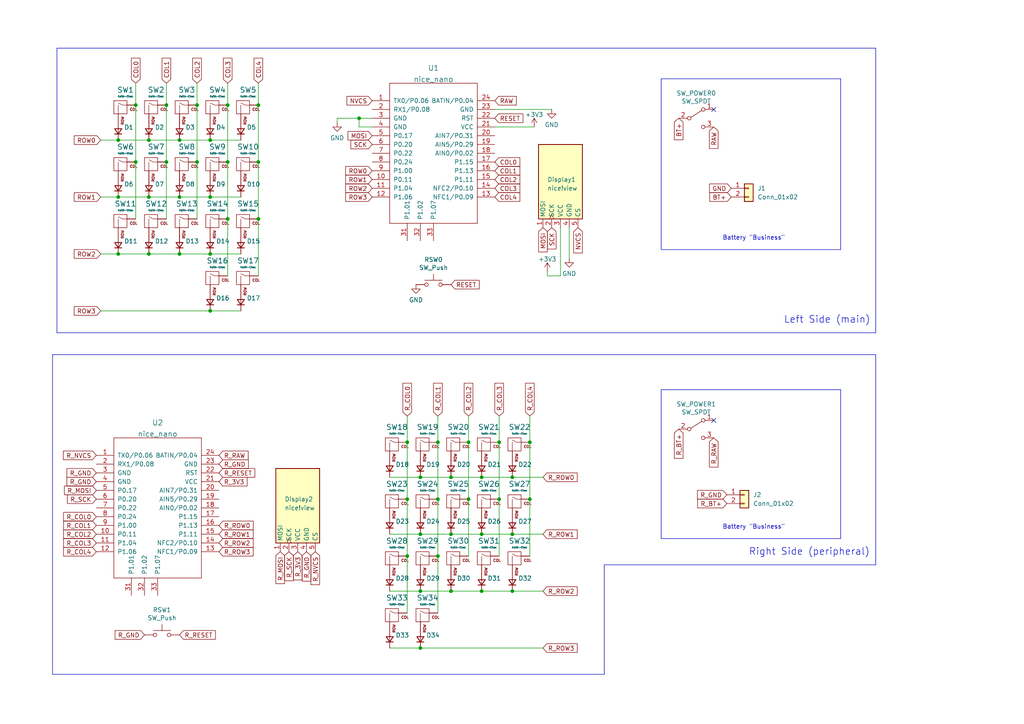
<source format=kicad_sch>
(kicad_sch (version 20230121) (generator eeschema)
  (paper "A4")
  (lib_symbols
    (symbol "Connector_Generic:Conn_01x02" (pin_names (offset 1.016) hide)
      (property "Reference" "J" (at 0 2.54 0))
      (property "Value" "Conn_01x02" (at 0 -5.08 0))
      (symbol "Conn_01x02_1_1"
        (rectangle (start -1.27 -2.413) (end 0 -2.667) (stroke (width 0.1524)))
        (rectangle (start -1.27 0.127) (end 0 -0.127) (stroke (width 0.1524)))
        (rectangle (start -1.27 1.27) (end 1.27 -3.81) (stroke (width 0.254)) (fill (type background)))
        (pin passive line (at -5.08 0 0) (length 3.81) (name "Pin_1") (number "1"))
        (pin passive line (at -5.08 -2.54 0) (length 3.81) (name "Pin_2") (number "2"))
      )
    )
    (symbol "Device:D_Small" (pin_numbers hide) (pin_names (offset 0.254) hide)
      (property "Reference" "D" (at -1.27 2.032 0))
      (property "Value" "D_Small" (at -3.81 -2.032 0))
      (symbol "D_Small_0_1"
        (polyline (pts (xy -0.762 -1.016) (xy -0.762 1.016)) (stroke (width 0.254)))
        (polyline (pts (xy -0.762 0) (xy 0.762 0)))
        (polyline (pts (xy 0.762 -1.016) (xy -0.762 0) (xy 0.762 1.016) (xy 0.762 -1.016)) (stroke (width 0.254)))
      )
      (symbol "D_Small_1_1"
        (pin passive line (at -2.54 0 0) (length 1.778) (name "K") (number "1"))
        (pin passive line (at 2.54 0 180) (length 1.778) (name "A") (number "2"))
      )
    )
    (symbol "MX_Alps_Hybrid:MX-NoLED" (pin_names (offset 1.016))
      (property "Reference" "MX" (at -0.635 3.81 0))
      (property "Value" "MX-NoLED" (at -0.635 1.27 0))
      (symbol "MX-NoLED_0_0"
        (rectangle (start -2.54 2.54) (end 1.27 -1.27))
        (polyline (pts (xy -1.27 -1.27) (xy -1.27 1.27)) (stroke (width 0.127)))
        (polyline (pts (xy 1.27 1.27) (xy 0 1.27) (xy -1.27 1.905)) (stroke (width 0.127)))
        (text "COL" (at 3.175 0 0) (effects (font (size 0.762 0.762))))
        (text "ROW" (at 0 -1.905 900) (effects (font (size 0.762 0.762)) (justify right)))
      )
      (symbol "MX-NoLED_1_1"
        (pin passive line (at 3.81 1.27 180) (length 2.54) (name "COL") (number "1"))
        (pin passive line (at -1.27 -3.81 90) (length 2.54) (name "ROW") (number "2"))
      )
    )
    (symbol "Switch:SW_Push" (pin_numbers hide) (pin_names (offset 1.016) hide)
      (property "Reference" "SW" (at 1.27 2.54 0))
      (property "Value" "SW_Push" (at 0 -1.524 0))
      (symbol "SW_Push_0_1"
        (circle (center -2.032 0) (radius 0.508))
        (polyline (pts (xy 0 1.27) (xy 0 3.048)))
        (polyline (pts (xy 2.54 1.27) (xy -2.54 1.27)))
        (circle (center 2.032 0) (radius 0.508))
        (pin passive line (at -5.08 0 0) (length 2.54) (name "1") (number "1"))
        (pin passive line (at 5.08 0 180) (length 2.54) (name "2") (number "2"))
      )
    )
    (symbol "Switch:SW_SPDT" (pin_names (offset 0) hide)
      (property "Reference" "SW" (at 0 4.318 0))
      (property "Value" "SW_SPDT" (at 0 -5.08 0))
      (symbol "SW_SPDT_0_0"
        (circle (center -2.032 0) (radius 0.508))
        (circle (center 2.032 -2.54) (radius 0.508))
      )
      (symbol "SW_SPDT_0_1"
        (polyline (pts (xy -1.524 0.254) (xy 1.651 2.286)))
        (circle (center 2.032 2.54) (radius 0.508))
      )
      (symbol "SW_SPDT_1_1"
        (pin passive line (at 5.08 2.54 180) (length 2.54) (name "A") (number "1"))
        (pin passive line (at -5.08 0 0) (length 2.54) (name "B") (number "2"))
        (pin passive line (at 5.08 -2.54 180) (length 2.54) (name "C") (number "3"))
      )
    )
    (symbol "nice_nano:nice_nano" (pin_names (offset 1.016))
      (property "Reference" "U" (at 0 0 0))
      (property "Value" "nice_nano" (at 0 2.54 0))
      (symbol "nice_nano_0_1"
        (rectangle (start -12.7 -21.59) (end 12.7 19.05))
      )
      (symbol "nice_nano_1_1"
        (pin input line (at -17.78 13.97 0) (length 5.08) (name "TX0/P0.06") (number "1"))
        (pin input line (at -17.78 -8.89 0) (length 5.08) (name "P0.11") (number "10"))
        (pin input line (at -17.78 -11.43 0) (length 5.08) (name "P1.04") (number "11"))
        (pin input line (at -17.78 -13.97 0) (length 5.08) (name "P1.06") (number "12"))
        (pin input line (at 17.78 -13.97 180) (length 5.08) (name "NFC1/P0.09") (number "13"))
        (pin input line (at 17.78 -11.43 180) (length 5.08) (name "NFC2/P0.10") (number "14"))
        (pin input line (at 17.78 -8.89 180) (length 5.08) (name "P1.11") (number "15"))
        (pin input line (at 17.78 -6.35 180) (length 5.08) (name "P1.13") (number "16"))
        (pin input line (at 17.78 -3.81 180) (length 5.08) (name "P1.15") (number "17"))
        (pin input line (at 17.78 -1.27 180) (length 5.08) (name "AIN0/P0.02") (number "18"))
        (pin input line (at 17.78 1.27 180) (length 5.08) (name "AIN5/P0.29") (number "19"))
        (pin input line (at -17.78 11.43 0) (length 5.08) (name "RX1/P0.08") (number "2"))
        (pin input line (at 17.78 3.81 180) (length 5.08) (name "AIN7/P0.31") (number "20"))
        (pin input line (at 17.78 6.35 180) (length 5.08) (name "VCC") (number "21"))
        (pin input line (at 17.78 8.89 180) (length 5.08) (name "RST") (number "22"))
        (pin input line (at 17.78 11.43 180) (length 5.08) (name "GND") (number "23"))
        (pin input line (at 17.78 13.97 180) (length 5.08) (name "BATIN/P0.04") (number "24"))
        (pin input line (at -17.78 8.89 0) (length 5.08) (name "GND") (number "3"))
        (pin input line (at -7.62 -26.67 90) (length 5.08) (name "P1.01") (number "31"))
        (pin input line (at -3.81 -26.67 90) (length 5.08) (name "P1.02") (number "32"))
        (pin input line (at 0 -26.67 90) (length 5.08) (name "P1.07") (number "33"))
        (pin input line (at -17.78 6.35 0) (length 5.08) (name "GND") (number "4"))
        (pin input line (at -17.78 3.81 0) (length 5.08) (name "P0.17") (number "5"))
        (pin input line (at -17.78 1.27 0) (length 5.08) (name "P0.20") (number "6"))
        (pin input line (at -17.78 -1.27 0) (length 5.08) (name "P0.22") (number "7"))
        (pin input line (at -17.78 -3.81 0) (length 5.08) (name "P0.24") (number "8"))
        (pin input line (at -17.78 -6.35 0) (length 5.08) (name "P1.00") (number "9"))
      )
    )
    (symbol "nice_view:nice!view"
      (property "Reference" "Display" (at 0 12.7 0))
      (property "Value" "nice!view" (at 0 0 0))
      (symbol "nice!view_0_1"
        (rectangle (start -6.35 11.43) (end 6.35 -10.16) (stroke (width 0.254)) (fill (type background)))
      )
      (symbol "nice!view_1_1"
        (pin input line (at -5.08 -12.7 90) (length 2.54) (name "MOSI") (number "1"))
        (pin input clock (at -2.54 -12.7 90) (length 2.54) (name "SCK") (number "2"))
        (pin power_in line (at 0 -12.7 90) (length 2.54) (name "VCC") (number "3"))
        (pin power_out line (at 2.54 -12.7 90) (length 2.54) (name "GND") (number "4"))
        (pin passive line (at 5.08 -12.7 90) (length 2.54) (name "CS") (number "5"))
      )
    )
    (symbol "power:+3.3V" (power) (pin_names (offset 0))
      (property "Value" "+3.3V" (at 0 3.556 0))
      (symbol "+3.3V_0_1"
        (polyline (pts (xy -0.762 1.27) (xy 0 2.54)))
        (polyline (pts (xy 0 0) (xy 0 2.54)))
        (polyline (pts (xy 0 2.54) (xy 0.762 1.27)))
      )
      (symbol "+3.3V_1_1"
        (pin power_in line (at 0 0 90) (length 0) hide (name "+3V3") (number "1"))
      )
    )
    (symbol "power:GND" (power) (pin_names (offset 0))
      (property "Value" "GND" (at 0 -3.81 0))
      (symbol "GND_0_1"
        (polyline (pts (xy 0 0) (xy 0 -1.27) (xy 1.27 -1.27) (xy 0 -2.54) (xy -1.27 -1.27) (xy 0 -1.27)))
      )
      (symbol "GND_1_1"
        (pin power_in line (at 0 0 270) (length 0) hide (name "GND") (number "1"))
      )
    )
  )
  (junction (at 139.7 138.43))
  (junction (at 74.93 30.48))
  (junction (at 135.89 144.78))
  (junction (at 121.92 171.45))
  (junction (at 139.7 171.45))
  (junction (at 34.29 73.66))
  (junction (at 52.07 40.64))
  (junction (at 52.07 57.15))
  (junction (at 48.26 46.99))
  (junction (at 34.29 40.64))
  (junction (at 39.37 30.48))
  (junction (at 153.67 128.27))
  (junction (at 34.29 57.15))
  (junction (at 148.59 138.43))
  (junction (at 43.18 40.64))
  (junction (at 60.96 73.66))
  (junction (at 74.93 63.5))
  (junction (at 57.15 30.48))
  (junction (at 43.18 73.66))
  (junction (at 127 128.27))
  (junction (at 66.04 46.99))
  (junction (at 118.11 144.78))
  (junction (at 121.92 138.43))
  (junction (at 118.11 128.27))
  (junction (at 148.59 154.94))
  (junction (at 118.11 161.29))
  (junction (at 60.96 40.64))
  (junction (at 148.59 171.45))
  (junction (at 57.15 46.99))
  (junction (at 121.92 154.94))
  (junction (at 66.04 63.5))
  (junction (at 130.81 154.94))
  (junction (at 127 161.29))
  (junction (at 130.81 138.43))
  (junction (at 121.92 187.96))
  (junction (at 135.89 128.27))
  (junction (at 60.96 57.15))
  (junction (at 74.93 46.99))
  (junction (at 39.37 46.99))
  (junction (at 153.67 144.78))
  (junction (at 104.14 34.29))
  (junction (at 66.04 30.48))
  (junction (at 144.78 128.27))
  (junction (at 127 144.78))
  (junction (at 60.96 90.17))
  (junction (at 52.07 73.66))
  (junction (at 43.18 57.15))
  (junction (at 139.7 154.94))
  (junction (at 144.78 144.78))
  (junction (at 130.81 171.45))
  (junction (at 48.26 30.48))
  (no_connect (at 207.01 121.92))
  (no_connect (at 207.01 31.75))
  (wire (pts (xy 130.81 171.45) (xy 139.7 171.45)))
  (wire (pts (xy 43.18 57.15) (xy 52.07 57.15)))
  (wire (pts (xy 153.67 128.27) (xy 153.67 144.78)))
  (wire (pts (xy 60.96 90.17) (xy 69.85 90.17)))
  (wire (pts (xy 34.29 40.64) (xy 43.18 40.64)))
  (wire (pts (xy 60.96 40.64) (xy 69.85 40.64)))
  (wire (pts (xy 43.18 40.64) (xy 52.07 40.64)))
  (wire (pts (xy 113.03 171.45) (xy 121.92 171.45)))
  (wire (pts (xy 57.15 24.13) (xy 57.15 30.48)))
  (polyline (pts (xy 254 163.83) (xy 175.26 163.83)))
  (wire (pts (xy 74.93 30.48) (xy 74.93 46.99)))
  (wire (pts (xy 139.7 138.43) (xy 148.59 138.43)))
  (wire (pts (xy 162.56 66.04) (xy 162.56 80.01)))
  (wire (pts (xy 104.14 36.83) (xy 104.14 34.29)))
  (polyline (pts (xy 16.51 13.97) (xy 16.51 96.52)))
  (wire (pts (xy 118.11 161.29) (xy 118.11 177.8)))
  (wire (pts (xy 148.59 154.94) (xy 157.48 154.94)))
  (wire (pts (xy 118.11 120.65) (xy 118.11 128.27)))
  (wire (pts (xy 29.21 90.17) (xy 60.96 90.17)))
  (wire (pts (xy 135.89 128.27) (xy 135.89 144.78)))
  (wire (pts (xy 162.56 80.01) (xy 158.75 80.01)))
  (wire (pts (xy 127 128.27) (xy 127 144.78)))
  (wire (pts (xy 66.04 30.48) (xy 66.04 46.99)))
  (wire (pts (xy 139.7 171.45) (xy 148.59 171.45)))
  (polyline (pts (xy 243.84 156.21) (xy 191.77 156.21)))
  (polyline (pts (xy 15.24 102.87) (xy 254 102.87)))
  (wire (pts (xy 66.04 24.13) (xy 66.04 30.48)))
  (wire (pts (xy 29.21 57.15) (xy 34.29 57.15)))
  (wire (pts (xy 43.18 73.66) (xy 52.07 73.66)))
  (wire (pts (xy 60.96 73.66) (xy 69.85 73.66)))
  (wire (pts (xy 121.92 187.96) (xy 157.48 187.96)))
  (wire (pts (xy 57.15 46.99) (xy 57.15 63.5)))
  (polyline (pts (xy 175.26 195.58) (xy 15.24 195.58)))
  (wire (pts (xy 127 120.65) (xy 127 128.27)))
  (polyline (pts (xy 15.24 102.87) (xy 15.24 195.58)))
  (wire (pts (xy 97.79 34.29) (xy 97.79 35.56)))
  (wire (pts (xy 52.07 40.64) (xy 60.96 40.64)))
  (wire (pts (xy 113.03 187.96) (xy 121.92 187.96)))
  (wire (pts (xy 148.59 138.43) (xy 157.48 138.43)))
  (wire (pts (xy 29.21 73.66) (xy 34.29 73.66)))
  (wire (pts (xy 74.93 24.13) (xy 74.93 30.48)))
  (wire (pts (xy 107.95 36.83) (xy 104.14 36.83)))
  (wire (pts (xy 130.81 138.43) (xy 139.7 138.43)))
  (wire (pts (xy 29.21 40.64) (xy 34.29 40.64)))
  (polyline (pts (xy 175.26 163.83) (xy 175.26 195.58)))
  (wire (pts (xy 39.37 24.13) (xy 39.37 30.48)))
  (wire (pts (xy 48.26 30.48) (xy 48.26 46.99)))
  (wire (pts (xy 74.93 63.5) (xy 74.93 80.01)))
  (wire (pts (xy 66.04 63.5) (xy 66.04 80.01)))
  (wire (pts (xy 113.03 138.43) (xy 121.92 138.43)))
  (polyline (pts (xy 254 13.97) (xy 254 96.52)))
  (polyline (pts (xy 191.77 113.03) (xy 243.84 113.03)))
  (wire (pts (xy 34.29 73.66) (xy 43.18 73.66)))
  (wire (pts (xy 135.89 144.78) (xy 135.89 161.29)))
  (wire (pts (xy 139.7 154.94) (xy 148.59 154.94)))
  (wire (pts (xy 144.78 128.27) (xy 144.78 144.78)))
  (wire (pts (xy 148.59 171.45) (xy 157.48 171.45)))
  (wire (pts (xy 143.51 36.83) (xy 154.94 36.83)))
  (wire (pts (xy 66.04 46.99) (xy 66.04 63.5)))
  (wire (pts (xy 60.96 57.15) (xy 69.85 57.15)))
  (wire (pts (xy 39.37 46.99) (xy 39.37 63.5)))
  (polyline (pts (xy 254 102.87) (xy 254 163.83)))
  (wire (pts (xy 34.29 57.15) (xy 43.18 57.15)))
  (wire (pts (xy 121.92 154.94) (xy 130.81 154.94)))
  (wire (pts (xy 144.78 144.78) (xy 144.78 161.29)))
  (wire (pts (xy 121.92 171.45) (xy 130.81 171.45)))
  (wire (pts (xy 74.93 46.99) (xy 74.93 63.5)))
  (wire (pts (xy 144.78 120.65) (xy 144.78 128.27)))
  (polyline (pts (xy 191.77 22.86) (xy 243.84 22.86)))
  (wire (pts (xy 52.07 57.15) (xy 60.96 57.15)))
  (wire (pts (xy 127 144.78) (xy 127 161.29)))
  (wire (pts (xy 153.67 120.65) (xy 153.67 128.27)))
  (wire (pts (xy 143.51 31.75) (xy 160.02 31.75)))
  (wire (pts (xy 48.26 46.99) (xy 48.26 63.5)))
  (polyline (pts (xy 191.77 22.86) (xy 191.77 72.39)))
  (wire (pts (xy 39.37 30.48) (xy 39.37 46.99)))
  (wire (pts (xy 97.79 34.29) (xy 104.14 34.29)))
  (wire (pts (xy 127 161.29) (xy 127 177.8)))
  (wire (pts (xy 135.89 120.65) (xy 135.89 128.27)))
  (polyline (pts (xy 243.84 72.39) (xy 191.77 72.39)))
  (wire (pts (xy 118.11 128.27) (xy 118.11 144.78)))
  (polyline (pts (xy 243.84 113.03) (xy 243.84 156.21)))
  (wire (pts (xy 165.1 66.04) (xy 165.1 74.93)))
  (polyline (pts (xy 191.77 113.03) (xy 191.77 156.21)))
  (wire (pts (xy 158.75 80.01) (xy 158.75 78.74)))
  (wire (pts (xy 113.03 154.94) (xy 121.92 154.94)))
  (polyline (pts (xy 254 96.52) (xy 16.51 96.52)))
  (wire (pts (xy 48.26 24.13) (xy 48.26 30.48)))
  (polyline (pts (xy 243.84 22.86) (xy 243.84 72.39)))
  (wire (pts (xy 121.92 138.43) (xy 130.81 138.43)))
  (wire (pts (xy 57.15 30.48) (xy 57.15 46.99)))
  (polyline (pts (xy 16.51 13.97) (xy 254 13.97)))
  (wire (pts (xy 52.07 73.66) (xy 60.96 73.66)))
  (wire (pts (xy 118.11 144.78) (xy 118.11 161.29)))
  (wire (pts (xy 153.67 144.78) (xy 153.67 161.29)))
  (wire (pts (xy 107.95 34.29) (xy 104.14 34.29)))
  (wire (pts (xy 130.81 154.94) (xy 139.7 154.94)))
  (text "Right Side (peripheral)" (at 217.17 161.29 0) (effects (font (size 2 2)) (justify left bottom)))
  (text "Battery \"Business\"" (at 209.55 153.67 0) (effects (font (size 1.27 1.27)) (justify left bottom)))
  (text "Battery \"Business\"" (at 209.55 69.85 0) (effects (font (size 1.27 1.27)) (justify left bottom)))
  (text "Left Side (main)" (at 227.33 93.98 0) (effects (font (size 2 2)) (justify left bottom)))
  (global_label "R_3V3" (shape input) (at 86.36 160.02 270) (property "Intersheetrefs" "${INTERSHEET_REFS}" (effects hide)))
  (global_label "ROW3" (shape input) (at 29.21 90.17 180) (property "Intersheetrefs" "${INTERSHEET_REFS}" (effects hide)))
  (global_label "R_COL1" (shape input) (at 127 120.65 90) (property "Intersheetrefs" "${INTERSHEET_REFS}" (effects hide)))
  (global_label "ROW1" (shape input) (at 29.21 57.15 180) (property "Intersheetrefs" "${INTERSHEET_REFS}" (effects hide)))
  (global_label "R_GND" (shape input) (at 88.9 160.02 270) (property "Intersheetrefs" "${INTERSHEET_REFS}" (effects hide)))
  (global_label "RESET" (shape input) (at 130.81 82.55 0) (property "Intersheetrefs" "${INTERSHEET_REFS}" (effects hide)))
  (global_label "R_BT+" (shape input) (at 196.85 124.46 270) (property "Intersheetrefs" "${INTERSHEET_REFS}" (effects hide)))
  (global_label "RAW" (shape input) (at 143.51 29.21 0) (property "Intersheetrefs" "${INTERSHEET_REFS}" (effects hide)))
  (global_label "BT+" (shape input) (at 196.85 34.29 270) (property "Intersheetrefs" "${INTERSHEET_REFS}" (effects hide)))
  (global_label "R_COL4" (shape input) (at 153.67 120.65 90) (property "Intersheetrefs" "${INTERSHEET_REFS}" (effects hide)))
  (global_label "R_MOSI" (shape input) (at 81.28 160.02 270) (property "Intersheetrefs" "${INTERSHEET_REFS}" (effects hide)))
  (global_label "COL3" (shape input) (at 66.04 24.13 90) (property "Intersheetrefs" "${INTERSHEET_REFS}" (effects hide)))
  (global_label "RAW" (shape input) (at 207.01 36.83 270) (property "Intersheetrefs" "${INTERSHEET_REFS}" (effects hide)))
  (global_label "GND" (shape input) (at 212.09 54.61 180) (property "Intersheetrefs" "${INTERSHEET_REFS}" (effects hide)))
  (global_label "R_RESET" (shape input) (at 63.5 137.16 0) (property "Intersheetrefs" "${INTERSHEET_REFS}" (effects hide)))
  (global_label "R_NVCS" (shape input) (at 91.44 160.02 270) (property "Intersheetrefs" "${INTERSHEET_REFS}" (effects hide)))
  (global_label "R_SCK" (shape input) (at 27.94 144.78 180) (property "Intersheetrefs" "${INTERSHEET_REFS}" (effects hide)))
  (global_label "COL3" (shape input) (at 143.51 54.61 0) (property "Intersheetrefs" "${INTERSHEET_REFS}" (effects hide)))
  (global_label "R_ROW2" (shape input) (at 157.48 171.45 0) (property "Intersheetrefs" "${INTERSHEET_REFS}" (effects hide)))
  (global_label "R_RESET" (shape input) (at 52.07 184.15 0) (property "Intersheetrefs" "${INTERSHEET_REFS}" (effects hide)))
  (global_label "R_GND" (shape input) (at 27.94 139.7 180) (property "Intersheetrefs" "${INTERSHEET_REFS}" (effects hide)))
  (global_label "R_COL2" (shape input) (at 135.89 120.65 90) (property "Intersheetrefs" "${INTERSHEET_REFS}" (effects hide)))
  (global_label "COL1" (shape input) (at 143.51 49.53 0) (property "Intersheetrefs" "${INTERSHEET_REFS}" (effects hide)))
  (global_label "R_COL3" (shape input) (at 27.94 157.48 180) (property "Intersheetrefs" "${INTERSHEET_REFS}" (effects hide)))
  (global_label "R_GND" (shape input) (at 210.82 143.51 180) (property "Intersheetrefs" "${INTERSHEET_REFS}" (effects hide)))
  (global_label "BT+" (shape input) (at 212.09 57.15 180) (property "Intersheetrefs" "${INTERSHEET_REFS}" (effects hide)))
  (global_label "ROW1" (shape input) (at 107.95 52.07 180) (property "Intersheetrefs" "${INTERSHEET_REFS}" (effects hide)))
  (global_label "ROW0" (shape input) (at 107.95 49.53 180) (property "Intersheetrefs" "${INTERSHEET_REFS}" (effects hide)))
  (global_label "R_RAW" (shape input) (at 207.01 127 270) (property "Intersheetrefs" "${INTERSHEET_REFS}" (effects hide)))
  (global_label "ROW2" (shape input) (at 29.21 73.66 180) (property "Intersheetrefs" "${INTERSHEET_REFS}" (effects hide)))
  (global_label "COL1" (shape input) (at 48.26 24.13 90) (property "Intersheetrefs" "${INTERSHEET_REFS}" (effects hide)))
  (global_label "R_ROW3" (shape input) (at 157.48 187.96 0) (property "Intersheetrefs" "${INTERSHEET_REFS}" (effects hide)))
  (global_label "R_COL3" (shape input) (at 144.78 120.65 90) (property "Intersheetrefs" "${INTERSHEET_REFS}" (effects hide)))
  (global_label "R_NVCS" (shape input) (at 27.94 132.08 180) (property "Intersheetrefs" "${INTERSHEET_REFS}" (effects hide)))
  (global_label "SCK" (shape input) (at 107.95 41.91 180) (property "Intersheetrefs" "${INTERSHEET_REFS}" (effects hide)))
  (global_label "R_BT+" (shape input) (at 210.82 146.05 180) (property "Intersheetrefs" "${INTERSHEET_REFS}" (effects hide)))
  (global_label "ROW3" (shape input) (at 107.95 57.15 180) (property "Intersheetrefs" "${INTERSHEET_REFS}" (effects hide)))
  (global_label "COL2" (shape input) (at 57.15 24.13 90) (property "Intersheetrefs" "${INTERSHEET_REFS}" (effects hide)))
  (global_label "COL2" (shape input) (at 143.51 52.07 0) (property "Intersheetrefs" "${INTERSHEET_REFS}" (effects hide)))
  (global_label "R_ROW3" (shape input) (at 63.5 160.02 0) (property "Intersheetrefs" "${INTERSHEET_REFS}" (effects hide)))
  (global_label "R_SCK" (shape input) (at 83.82 160.02 270) (property "Intersheetrefs" "${INTERSHEET_REFS}" (effects hide)))
  (global_label "ROW0" (shape input) (at 29.21 40.64 180) (property "Intersheetrefs" "${INTERSHEET_REFS}" (effects hide)))
  (global_label "COL0" (shape input) (at 39.37 24.13 90) (property "Intersheetrefs" "${INTERSHEET_REFS}" (effects hide)))
  (global_label "R_ROW1" (shape input) (at 63.5 154.94 0) (property "Intersheetrefs" "${INTERSHEET_REFS}" (effects hide)))
  (global_label "R_COL2" (shape input) (at 27.94 154.94 180) (property "Intersheetrefs" "${INTERSHEET_REFS}" (effects hide)))
  (global_label "R_ROW0" (shape input) (at 63.5 152.4 0) (property "Intersheetrefs" "${INTERSHEET_REFS}" (effects hide)))
  (global_label "R_COL4" (shape input) (at 27.94 160.02 180) (property "Intersheetrefs" "${INTERSHEET_REFS}" (effects hide)))
  (global_label "R_ROW0" (shape input) (at 157.48 138.43 0) (property "Intersheetrefs" "${INTERSHEET_REFS}" (effects hide)))
  (global_label "R_ROW2" (shape input) (at 63.5 157.48 0) (property "Intersheetrefs" "${INTERSHEET_REFS}" (effects hide)))
  (global_label "R_COL0" (shape input) (at 118.11 120.65 90) (property "Intersheetrefs" "${INTERSHEET_REFS}" (effects hide)))
  (global_label "R_GND" (shape input) (at 27.94 137.16 180) (property "Intersheetrefs" "${INTERSHEET_REFS}" (effects hide)))
  (global_label "COL4" (shape input) (at 143.51 57.15 0) (property "Intersheetrefs" "${INTERSHEET_REFS}" (effects hide)))
  (global_label "R_ROW1" (shape input) (at 157.48 154.94 0) (property "Intersheetrefs" "${INTERSHEET_REFS}" (effects hide)))
  (global_label "MOSI" (shape input) (at 107.95 39.37 180) (property "Intersheetrefs" "${INTERSHEET_REFS}" (effects hide)))
  (global_label "ROW2" (shape input) (at 107.95 54.61 180) (property "Intersheetrefs" "${INTERSHEET_REFS}" (effects hide)))
  (global_label "SCK" (shape input) (at 160.02 66.04 270) (property "Intersheetrefs" "${INTERSHEET_REFS}" (effects hide)))
  (global_label "R_3V3" (shape input) (at 63.5 139.7 0) (property "Intersheetrefs" "${INTERSHEET_REFS}" (effects hide)))
  (global_label "COL0" (shape input) (at 143.51 46.99 0) (property "Intersheetrefs" "${INTERSHEET_REFS}" (effects hide)))
  (global_label "NVCS" (shape input) (at 107.95 29.21 180) (property "Intersheetrefs" "${INTERSHEET_REFS}" (effects hide)))
  (global_label "R_GND" (shape input) (at 41.91 184.15 180) (property "Intersheetrefs" "${INTERSHEET_REFS}" (effects hide)))
  (global_label "COL4" (shape input) (at 74.93 24.13 90) (property "Intersheetrefs" "${INTERSHEET_REFS}" (effects hide)))
  (global_label "R_COL0" (shape input) (at 27.94 149.86 180) (property "Intersheetrefs" "${INTERSHEET_REFS}" (effects hide)))
  (global_label "R_GND" (shape input) (at 63.5 134.62 0) (property "Intersheetrefs" "${INTERSHEET_REFS}" (effects hide)))
  (global_label "RESET" (shape input) (at 143.51 34.29 0) (property "Intersheetrefs" "${INTERSHEET_REFS}" (effects hide)))
  (global_label "NVCS" (shape input) (at 167.64 66.04 270) (property "Intersheetrefs" "${INTERSHEET_REFS}" (effects hide)))
  (global_label "R_RAW" (shape input) (at 63.5 132.08 0) (property "Intersheetrefs" "${INTERSHEET_REFS}" (effects hide)))
  (global_label "R_MOSI" (shape input) (at 27.94 142.24 180) (property "Intersheetrefs" "${INTERSHEET_REFS}" (effects hide)))
  (global_label "MOSI" (shape input) (at 157.48 66.04 270) (property "Intersheetrefs" "${INTERSHEET_REFS}" (effects hide)))
  (global_label "R_COL1" (shape input) (at 27.94 152.4 180) (property "Intersheetrefs" "${INTERSHEET_REFS}" (effects hide)))
  (symbol (lib_id "Device:D_Small") (at 139.7 135.89 90) (unit 1)
    (property "Reference" "D21" (at 141.4272 134.7216 90) (effects (justify right)))
    (property "Value" "diode" (effects hide))
    (property "Footprint" "urchin-footprints:SMD_Diode_Tiny" (effects hide))
  )
  (symbol (lib_id "MX_Alps_Hybrid:MX-NoLED") (at 62.23 64.77 0) (unit 1)
    (property "Reference" "SW14" (at 63.0682 59.1058 0) (effects (font (size 1.524 1.524))))
    (property "Value" "Kailh-Choc" (at 63.0682 60.9854 0) (effects (font (size 0.508 0.508))))
    (property "Footprint" "urchin-footprints:SW_Hotswap_Kailh_Choc_V1_tweaked" (effects hide))
  )
  (symbol (lib_id "MX_Alps_Hybrid:MX-NoLED") (at 149.86 162.56 0) (unit 1)
    (property "Reference" "SW32" (at 150.6982 156.8958 0) (effects (font (size 1.524 1.524))))
    (property "Value" "Kailh-Choc" (at 150.6982 158.7754 0) (effects (font (size 0.508 0.508))))
    (property "Footprint" "urchin-footprints:SW_Hotswap_Kailh_Choc_V1_tweaked" (effects hide))
  )
  (symbol (lib_id "power:GND") (at 120.65 82.55 0) (unit 1)
    (property "Reference" "#PWR0103" (effects hide))
    (property "Value" "GND" (at 120.65 86.9934 0))
  )
  (symbol (lib_id "Device:D_Small") (at 60.96 38.1 90) (unit 1)
    (property "Reference" "D4" (at 62.6872 36.9316 90) (effects (justify right)))
    (property "Value" "diode" (effects hide))
    (property "Footprint" "urchin-footprints:SMD_Diode_Tiny" (effects hide))
  )
  (symbol (lib_id "MX_Alps_Hybrid:MX-NoLED") (at 114.3 179.07 0) (unit 1)
    (property "Reference" "SW33" (at 115.1382 173.4058 0) (effects (font (size 1.524 1.524))))
    (property "Value" "Kailh-Choc" (at 115.1382 175.2854 0) (effects (font (size 0.508 0.508))))
    (property "Footprint" "urchin-footprints:SW_Hotswap_Kailh_Choc_V1_tweaked" (effects hide))
  )
  (symbol (lib_id "MX_Alps_Hybrid:MX-NoLED") (at 123.19 129.54 0) (unit 1)
    (property "Reference" "SW19" (at 124.0282 123.8758 0) (effects (font (size 1.524 1.524))))
    (property "Value" "Kailh-Choc" (at 124.0282 125.7554 0) (effects (font (size 0.508 0.508))))
    (property "Footprint" "urchin-footprints:SW_Hotswap_Kailh_Choc_V1_tweaked" (effects hide))
  )
  (symbol (lib_id "Device:D_Small") (at 52.07 38.1 90) (unit 1)
    (property "Reference" "D3" (at 53.7972 36.9316 90) (effects (justify right)))
    (property "Value" "diode" (effects hide))
    (property "Footprint" "urchin-footprints:SMD_Diode_Tiny" (effects hide))
  )
  (symbol (lib_id "MX_Alps_Hybrid:MX-NoLED") (at 114.3 129.54 0) (unit 1)
    (property "Reference" "SW18" (at 115.1382 123.8758 0) (effects (font (size 1.524 1.524))))
    (property "Value" "Kailh-Choc" (at 115.1382 125.7554 0) (effects (font (size 0.508 0.508))))
    (property "Footprint" "urchin-footprints:SW_Hotswap_Kailh_Choc_V1_tweaked" (effects hide))
  )
  (symbol (lib_id "Device:D_Small") (at 113.03 185.42 90) (unit 1)
    (property "Reference" "D33" (at 114.7572 184.2516 90) (effects (justify right)))
    (property "Value" "diode" (effects hide))
    (property "Footprint" "urchin-footprints:SMD_Diode_Tiny" (effects hide))
  )
  (symbol (lib_id "MX_Alps_Hybrid:MX-NoLED") (at 71.12 81.28 0) (unit 1)
    (property "Reference" "SW17" (at 71.9582 75.6158 0) (effects (font (size 1.524 1.524))))
    (property "Value" "Kailh-Choc" (at 71.9582 77.4954 0) (effects (font (size 0.508 0.508))))
    (property "Footprint" "urchin-footprints:SW_Hotswap_Kailh_Choc_V1_tweaked" (effects hide))
  )
  (symbol (lib_id "Switch:SW_Push") (at 125.73 82.55 0) (unit 1)
    (property "Reference" "RSW0" (at 125.73 75.311 0))
    (property "Value" "SW_Push" (at 125.73 77.6224 0))
    (property "Footprint" "urchin-footprints:SW_RESET" (effects hide))
  )
  (symbol (lib_id "MX_Alps_Hybrid:MX-NoLED") (at 132.08 146.05 0) (unit 1)
    (property "Reference" "SW25" (at 132.9182 140.3858 0) (effects (font (size 1.524 1.524))))
    (property "Value" "Kailh-Choc" (at 132.9182 142.2654 0) (effects (font (size 0.508 0.508))))
    (property "Footprint" "urchin-footprints:SW_Hotswap_Kailh_Choc_V1_tweaked" (effects hide))
  )
  (symbol (lib_id "nice_nano:nice_nano") (at 125.73 43.18 0) (unit 1)
    (property "Reference" "U1" (at 125.73 19.7261 0) (effects (font (size 1.524 1.524))))
    (property "Value" "nice_nano" (at 125.73 23.0051 0) (effects (font (size 1.524 1.524))))
    (property "Footprint" "urchin-footprints:nice_nano" (effects hide))
  )
  (symbol (lib_id "Device:D_Small") (at 113.03 152.4 90) (unit 1)
    (property "Reference" "D23" (at 114.7572 151.2316 90) (effects (justify right)))
    (property "Value" "diode" (effects hide))
    (property "Footprint" "urchin-footprints:SMD_Diode_Tiny" (effects hide))
  )
  (symbol (lib_id "MX_Alps_Hybrid:MX-NoLED") (at 123.19 162.56 0) (unit 1)
    (property "Reference" "SW29" (at 124.0282 156.8958 0) (effects (font (size 1.524 1.524))))
    (property "Value" "Kailh-Choc" (at 124.0282 158.7754 0) (effects (font (size 0.508 0.508))))
    (property "Footprint" "urchin-footprints:SW_Hotswap_Kailh_Choc_V1_tweaked" (effects hide))
  )
  (symbol (lib_id "MX_Alps_Hybrid:MX-NoLED") (at 53.34 48.26 0) (unit 1)
    (property "Reference" "SW8" (at 54.1782 42.5958 0) (effects (font (size 1.524 1.524))))
    (property "Value" "Kailh-Choc" (at 54.1782 44.4754 0) (effects (font (size 0.508 0.508))))
    (property "Footprint" "urchin-footprints:SW_Hotswap_Kailh_Choc_V1_tweaked" (effects hide))
  )
  (symbol (lib_id "power:+3.3V") (at 154.94 36.83 0) (unit 1)
    (property "Reference" "#PWR0102" (effects hide))
    (property "Value" "+3.3V" (at 154.94 33.2542 0))
  )
  (symbol (lib_id "Switch:SW_SPDT") (at 201.93 124.46 0) (unit 1)
    (property "Reference" "SW_POWER1" (at 201.93 117.221 0))
    (property "Value" "SW_SPDT" (at 201.93 119.5324 0))
    (property "Footprint" "urchin-footprints:smt-slider-switch" (effects hide))
  )
  (symbol (lib_id "Device:D_Small") (at 69.85 87.63 90) (unit 1)
    (property "Reference" "D17" (at 71.5772 86.4616 90) (effects (justify right)))
    (property "Value" "diode" (effects hide))
    (property "Footprint" "urchin-footprints:SMD_Diode_Tiny" (effects hide))
  )
  (symbol (lib_id "Device:D_Small") (at 113.03 135.89 90) (unit 1)
    (property "Reference" "D18" (at 114.7572 134.7216 90) (effects (justify right)))
    (property "Value" "diode" (effects hide))
    (property "Footprint" "urchin-footprints:SMD_Diode_Tiny" (effects hide))
  )
  (symbol (lib_id "Device:D_Small") (at 43.18 71.12 90) (unit 1)
    (property "Reference" "D12" (at 44.9072 69.9516 90) (effects (justify right)))
    (property "Value" "diode" (effects hide))
    (property "Footprint" "urchin-footprints:SMD_Diode_Tiny" (effects hide))
  )
  (symbol (lib_id "MX_Alps_Hybrid:MX-NoLED") (at 132.08 162.56 0) (unit 1)
    (property "Reference" "SW30" (at 132.9182 156.8958 0) (effects (font (size 1.524 1.524))))
    (property "Value" "Kailh-Choc" (at 132.9182 158.7754 0) (effects (font (size 0.508 0.508))))
    (property "Footprint" "urchin-footprints:SW_Hotswap_Kailh_Choc_V1_tweaked" (effects hide))
  )
  (symbol (lib_id "MX_Alps_Hybrid:MX-NoLED") (at 71.12 64.77 0) (unit 1)
    (property "Reference" "SW15" (at 71.9582 59.1058 0) (effects (font (size 1.524 1.524))))
    (property "Value" "Kailh-Choc" (at 71.9582 60.9854 0) (effects (font (size 0.508 0.508))))
    (property "Footprint" "urchin-footprints:SW_Hotswap_Kailh_Choc_V1_tweaked" (effects hide))
  )
  (symbol (lib_id "Device:D_Small") (at 130.81 135.89 90) (unit 1)
    (property "Reference" "D20" (at 132.5372 134.7216 90) (effects (justify right)))
    (property "Value" "diode" (effects hide))
    (property "Footprint" "urchin-footprints:SMD_Diode_Tiny" (effects hide))
  )
  (symbol (lib_id "nice_view:nice!view") (at 86.36 147.32 0) (unit 1)
    (property "Reference" "Display2" (at 82.55 144.78 0) (effects (justify left)))
    (property "Value" "nice!view" (at 82.55 147.32 0) (effects (justify left)))
    (property "Footprint" "urchin-footprints:nice_view" (effects hide))
    (property "Datasheet" "https://nicekeyboards.com/docs/nice-view/pinout-schematic" (effects hide))
  )
  (symbol (lib_id "Device:D_Small") (at 148.59 168.91 90) (unit 1)
    (property "Reference" "D32" (at 150.3172 167.7416 90) (effects (justify right)))
    (property "Value" "diode" (effects hide))
    (property "Footprint" "urchin-footprints:SMD_Diode_Tiny" (effects hide))
  )
  (symbol (lib_id "Device:D_Small") (at 148.59 152.4 90) (unit 1)
    (property "Reference" "D27" (at 150.3172 151.2316 90) (effects (justify right)))
    (property "Value" "diode" (effects hide))
    (property "Footprint" "urchin-footprints:SMD_Diode_Tiny" (effects hide))
  )
  (symbol (lib_id "Device:D_Small") (at 69.85 71.12 90) (unit 1)
    (property "Reference" "D15" (at 71.5772 69.9516 90) (effects (justify right)))
    (property "Value" "diode" (effects hide))
    (property "Footprint" "urchin-footprints:SMD_Diode_Tiny" (effects hide))
  )
  (symbol (lib_id "MX_Alps_Hybrid:MX-NoLED") (at 123.19 146.05 0) (unit 1)
    (property "Reference" "SW24" (at 124.0282 140.3858 0) (effects (font (size 1.524 1.524))))
    (property "Value" "Kailh-Choc" (at 124.0282 142.2654 0) (effects (font (size 0.508 0.508))))
    (property "Footprint" "urchin-footprints:SW_Hotswap_Kailh_Choc_V1_tweaked" (effects hide))
  )
  (symbol (lib_id "Switch:SW_SPDT") (at 201.93 34.29 0) (unit 1)
    (property "Reference" "SW_POWER0" (at 201.93 27.051 0))
    (property "Value" "SW_SPDT" (at 201.93 29.3624 0))
    (property "Footprint" "urchin-footprints:smt-slider-switch" (effects hide))
  )
  (symbol (lib_id "MX_Alps_Hybrid:MX-NoLED") (at 35.56 31.75 0) (unit 1)
    (property "Reference" "SW1" (at 36.3982 26.0858 0) (effects (font (size 1.524 1.524))))
    (property "Value" "Kailh-Choc" (at 36.3982 27.9654 0) (effects (font (size 0.508 0.508))))
    (property "Footprint" "urchin-footprints:SW_Hotswap_Kailh_Choc_V1_tweaked" (effects hide))
  )
  (symbol (lib_id "MX_Alps_Hybrid:MX-NoLED") (at 140.97 146.05 0) (unit 1)
    (property "Reference" "SW26" (at 141.8082 140.3858 0) (effects (font (size 1.524 1.524))))
    (property "Value" "Kailh-Choc" (at 141.8082 142.2654 0) (effects (font (size 0.508 0.508))))
    (property "Footprint" "urchin-footprints:SW_Hotswap_Kailh_Choc_V1_tweaked" (effects hide))
  )
  (symbol (lib_id "MX_Alps_Hybrid:MX-NoLED") (at 62.23 31.75 0) (unit 1)
    (property "Reference" "SW4" (at 63.0682 26.0858 0) (effects (font (size 1.524 1.524))))
    (property "Value" "Kailh-Choc" (at 63.0682 27.9654 0) (effects (font (size 0.508 0.508))))
    (property "Footprint" "urchin-footprints:SW_Hotswap_Kailh_Choc_V1_tweaked" (effects hide))
  )
  (symbol (lib_id "Device:D_Small") (at 43.18 38.1 90) (unit 1)
    (property "Reference" "D2" (at 44.9072 36.9316 90) (effects (justify right)))
    (property "Value" "diode" (effects hide))
    (property "Footprint" "urchin-footprints:SMD_Diode_Tiny" (effects hide))
  )
  (symbol (lib_id "Device:D_Small") (at 69.85 54.61 90) (unit 1)
    (property "Reference" "D10" (at 71.5772 53.4416 90) (effects (justify right)))
    (property "Value" "diode" (effects hide))
    (property "Footprint" "urchin-footprints:SMD_Diode_Tiny" (effects hide))
  )
  (symbol (lib_id "Device:D_Small") (at 130.81 168.91 90) (unit 1)
    (property "Reference" "D30" (at 132.5372 167.7416 90) (effects (justify right)))
    (property "Value" "diode" (effects hide))
    (property "Footprint" "urchin-footprints:SMD_Diode_Tiny" (effects hide))
  )
  (symbol (lib_id "Switch:SW_Push") (at 46.99 184.15 0) (unit 1)
    (property "Reference" "RSW1" (at 46.99 176.911 0))
    (property "Value" "SW_Push" (at 46.99 179.2224 0))
    (property "Footprint" "urchin-footprints:SW_RESET" (effects hide))
  )
  (symbol (lib_id "Device:D_Small") (at 130.81 152.4 90) (unit 1)
    (property "Reference" "D25" (at 132.5372 151.2316 90) (effects (justify right)))
    (property "Value" "diode" (effects hide))
    (property "Footprint" "urchin-footprints:SMD_Diode_Tiny" (effects hide))
  )
  (symbol (lib_id "Device:D_Small") (at 113.03 168.91 90) (unit 1)
    (property "Reference" "D28" (at 114.7572 167.7416 90) (effects (justify right)))
    (property "Value" "diode" (effects hide))
    (property "Footprint" "urchin-footprints:SMD_Diode_Tiny" (effects hide))
  )
  (symbol (lib_id "MX_Alps_Hybrid:MX-NoLED") (at 62.23 48.26 0) (unit 1)
    (property "Reference" "SW9" (at 63.0682 42.5958 0) (effects (font (size 1.524 1.524))))
    (property "Value" "Kailh-Choc" (at 63.0682 44.4754 0) (effects (font (size 0.508 0.508))))
    (property "Footprint" "urchin-footprints:SW_Hotswap_Kailh_Choc_V1_tweaked" (effects hide))
  )
  (symbol (lib_id "power:+3.3V") (at 158.75 78.74 0) (unit 1)
    (property "Reference" "#PWR0104" (effects hide))
    (property "Value" "+3.3V" (at 158.75 75.1642 0))
  )
  (symbol (lib_id "nice_view:nice!view") (at 162.56 53.34 0) (unit 1)
    (property "Reference" "Display1" (at 158.75 52.0731 0) (effects (justify left)))
    (property "Value" "nice!view" (at 158.75 54.61 0) (effects (justify left)))
    (property "Footprint" "urchin-footprints:nice_view" (effects hide))
    (property "Datasheet" "https://nicekeyboards.com/docs/nice-view/pinout-schematic" (effects hide))
  )
  (symbol (lib_id "Device:D_Small") (at 43.18 54.61 90) (unit 1)
    (property "Reference" "D7" (at 44.9072 53.4416 90) (effects (justify right)))
    (property "Value" "diode" (effects hide))
    (property "Footprint" "urchin-footprints:SMD_Diode_Tiny" (effects hide))
  )
  (symbol (lib_id "MX_Alps_Hybrid:MX-NoLED") (at 140.97 162.56 0) (unit 1)
    (property "Reference" "SW31" (at 141.8082 156.8958 0) (effects (font (size 1.524 1.524))))
    (property "Value" "Kailh-Choc" (at 141.8082 158.7754 0) (effects (font (size 0.508 0.508))))
    (property "Footprint" "urchin-footprints:SW_Hotswap_Kailh_Choc_V1_tweaked" (effects hide))
  )
  (symbol (lib_id "Device:D_Small") (at 52.07 54.61 90) (unit 1)
    (property "Reference" "D8" (at 53.7972 53.4416 90) (effects (justify right)))
    (property "Value" "diode" (effects hide))
    (property "Footprint" "urchin-footprints:SMD_Diode_Tiny" (effects hide))
  )
  (symbol (lib_id "power:GND") (at 97.79 35.56 0) (unit 1)
    (property "Reference" "#PWR0106" (effects hide))
    (property "Value" "GND" (at 97.79 40.0034 0))
  )
  (symbol (lib_id "MX_Alps_Hybrid:MX-NoLED") (at 44.45 48.26 0) (unit 1)
    (property "Reference" "SW7" (at 45.2882 42.5958 0) (effects (font (size 1.524 1.524))))
    (property "Value" "Kailh-Choc" (at 45.2882 44.4754 0) (effects (font (size 0.508 0.508))))
    (property "Footprint" "urchin-footprints:SW_Hotswap_Kailh_Choc_V1_tweaked" (effects hide))
  )
  (symbol (lib_id "Device:D_Small") (at 34.29 38.1 90) (unit 1)
    (property "Reference" "D1" (at 36.0172 36.9316 90) (effects (justify right)))
    (property "Value" "diode" (effects hide))
    (property "Footprint" "urchin-footprints:SMD_Diode_Tiny" (effects hide))
  )
  (symbol (lib_id "MX_Alps_Hybrid:MX-NoLED") (at 35.56 48.26 0) (unit 1)
    (property "Reference" "SW6" (at 36.3982 42.5958 0) (effects (font (size 1.524 1.524))))
    (property "Value" "Kailh-Choc" (at 36.3982 44.4754 0) (effects (font (size 0.508 0.508))))
    (property "Footprint" "urchin-footprints:SW_Hotswap_Kailh_Choc_V1_tweaked" (effects hide))
  )
  (symbol (lib_id "MX_Alps_Hybrid:MX-NoLED") (at 62.23 81.28 0) (unit 1)
    (property "Reference" "SW16" (at 63.0682 75.6158 0) (effects (font (size 1.524 1.524))))
    (property "Value" "Kailh-Choc" (at 63.0682 77.4954 0) (effects (font (size 0.508 0.508))))
    (property "Footprint" "urchin-footprints:SW_Hotswap_Kailh_Choc_V1_tweaked" (effects hide))
  )
  (symbol (lib_id "Device:D_Small") (at 60.96 71.12 90) (unit 1)
    (property "Reference" "D14" (at 62.6872 69.9516 90) (effects (justify right)))
    (property "Value" "diode" (effects hide))
    (property "Footprint" "urchin-footprints:SMD_Diode_Tiny" (effects hide))
  )
  (symbol (lib_id "MX_Alps_Hybrid:MX-NoLED") (at 114.3 146.05 0) (unit 1)
    (property "Reference" "SW23" (at 115.1382 140.3858 0) (effects (font (size 1.524 1.524))))
    (property "Value" "Kailh-Choc" (at 115.1382 142.2654 0) (effects (font (size 0.508 0.508))))
    (property "Footprint" "urchin-footprints:SW_Hotswap_Kailh_Choc_V1_tweaked" (effects hide))
  )
  (symbol (lib_id "nice_nano:nice_nano") (at 45.72 146.05 0) (unit 1)
    (property "Reference" "U2" (at 45.72 122.5961 0) (effects (font (size 1.524 1.524))))
    (property "Value" "nice_nano" (at 45.72 125.8751 0) (effects (font (size 1.524 1.524))))
    (property "Footprint" "urchin-footprints:nice_nano" (effects hide))
  )
  (symbol (lib_id "Device:D_Small") (at 121.92 135.89 90) (unit 1)
    (property "Reference" "D19" (at 123.6472 134.7216 90) (effects (justify right)))
    (property "Value" "diode" (effects hide))
    (property "Footprint" "urchin-footprints:SMD_Diode_Tiny" (effects hide))
  )
  (symbol (lib_id "MX_Alps_Hybrid:MX-NoLED") (at 149.86 146.05 0) (unit 1)
    (property "Reference" "SW27" (at 150.6982 140.3858 0) (effects (font (size 1.524 1.524))))
    (property "Value" "Kailh-Choc" (at 150.6982 142.2654 0) (effects (font (size 0.508 0.508))))
    (property "Footprint" "urchin-footprints:SW_Hotswap_Kailh_Choc_V1_tweaked" (effects hide))
  )
  (symbol (lib_id "Device:D_Small") (at 121.92 152.4 90) (unit 1)
    (property "Reference" "D24" (at 123.6472 151.2316 90) (effects (justify right)))
    (property "Value" "diode" (effects hide))
    (property "Footprint" "urchin-footprints:SMD_Diode_Tiny" (effects hide))
  )
  (symbol (lib_id "Device:D_Small") (at 121.92 168.91 90) (unit 1)
    (property "Reference" "D29" (at 123.6472 167.7416 90) (effects (justify right)))
    (property "Value" "diode" (effects hide))
    (property "Footprint" "urchin-footprints:SMD_Diode_Tiny" (effects hide))
  )
  (symbol (lib_id "Device:D_Small") (at 69.85 38.1 90) (unit 1)
    (property "Reference" "D5" (at 71.5772 36.9316 90) (effects (justify right)))
    (property "Value" "diode" (effects hide))
    (property "Footprint" "urchin-footprints:SMD_Diode_Tiny" (effects hide))
  )
  (symbol (lib_id "MX_Alps_Hybrid:MX-NoLED") (at 123.19 179.07 0) (unit 1)
    (property "Reference" "SW34" (at 124.0282 173.4058 0) (effects (font (size 1.524 1.524))))
    (property "Value" "Kailh-Choc" (at 124.0282 175.2854 0) (effects (font (size 0.508 0.508))))
    (property "Footprint" "urchin-footprints:SW_Hotswap_Kailh_Choc_V1_tweaked" (effects hide))
  )
  (symbol (lib_id "Connector_Generic:Conn_01x02") (at 215.9 143.51 0) (unit 1)
    (property "Reference" "J2" (at 218.44 143.51 0) (effects (justify left)))
    (property "Value" "Conn_01x02" (at 218.44 146.05 0) (effects (justify left)))
    (property "Footprint" "Connector_JST:JST_PH_S2B-PH-K_1x02_P2.00mm_Horizontal" (effects hide))
  )
  (symbol (lib_id "Device:D_Small") (at 34.29 54.61 90) (unit 1)
    (property "Reference" "D6" (at 36.0172 53.4416 90) (effects (justify right)))
    (property "Value" "diode" (effects hide))
    (property "Footprint" "urchin-footprints:SMD_Diode_Tiny" (effects hide))
  )
  (symbol (lib_id "Device:D_Small") (at 148.59 135.89 90) (unit 1)
    (property "Reference" "D22" (at 150.3172 134.7216 90) (effects (justify right)))
    (property "Value" "diode" (effects hide))
    (property "Footprint" "urchin-footprints:SMD_Diode_Tiny" (effects hide))
  )
  (symbol (lib_id "Device:D_Small") (at 60.96 54.61 90) (unit 1)
    (property "Reference" "D9" (at 62.6872 53.4416 90) (effects (justify right)))
    (property "Value" "diode" (effects hide))
    (property "Footprint" "urchin-footprints:SMD_Diode_Tiny" (effects hide))
  )
  (symbol (lib_id "MX_Alps_Hybrid:MX-NoLED") (at 140.97 129.54 0) (unit 1)
    (property "Reference" "SW21" (at 141.8082 123.8758 0) (effects (font (size 1.524 1.524))))
    (property "Value" "Kailh-Choc" (at 141.8082 125.7554 0) (effects (font (size 0.508 0.508))))
    (property "Footprint" "urchin-footprints:SW_Hotswap_Kailh_Choc_V1_tweaked" (effects hide))
  )
  (symbol (lib_id "MX_Alps_Hybrid:MX-NoLED") (at 44.45 64.77 0) (unit 1)
    (property "Reference" "SW12" (at 45.2882 59.1058 0) (effects (font (size 1.524 1.524))))
    (property "Value" "Kailh-Choc" (at 45.2882 60.9854 0) (effects (font (size 0.508 0.508))))
    (property "Footprint" "urchin-footprints:SW_Hotswap_Kailh_Choc_V1_tweaked" (effects hide))
  )
  (symbol (lib_id "MX_Alps_Hybrid:MX-NoLED") (at 71.12 31.75 0) (unit 1)
    (property "Reference" "SW5" (at 71.9582 26.0858 0) (effects (font (size 1.524 1.524))))
    (property "Value" "Kailh-Choc" (at 71.9582 27.9654 0) (effects (font (size 0.508 0.508))))
    (property "Footprint" "urchin-footprints:SW_Hotswap_Kailh_Choc_V1_tweaked" (effects hide))
  )
  (symbol (lib_id "Device:D_Small") (at 121.92 185.42 90) (unit 1)
    (property "Reference" "D34" (at 123.6472 184.2516 90) (effects (justify right)))
    (property "Value" "diode" (effects hide))
    (property "Footprint" "urchin-footprints:SMD_Diode_Tiny" (effects hide))
  )
  (symbol (lib_id "MX_Alps_Hybrid:MX-NoLED") (at 149.86 129.54 0) (unit 1)
    (property "Reference" "SW22" (at 150.6982 123.8758 0) (effects (font (size 1.524 1.524))))
    (property "Value" "Kailh-Choc" (at 150.6982 125.7554 0) (effects (font (size 0.508 0.508))))
    (property "Footprint" "urchin-footprints:SW_Hotswap_Kailh_Choc_V1_tweaked" (effects hide))
  )
  (symbol (lib_id "MX_Alps_Hybrid:MX-NoLED") (at 44.45 31.75 0) (unit 1)
    (property "Reference" "SW2" (at 45.2882 26.0858 0) (effects (font (size 1.524 1.524))))
    (property "Value" "Kailh-Choc" (at 45.2882 27.9654 0) (effects (font (size 0.508 0.508))))
    (property "Footprint" "urchin-footprints:SW_Hotswap_Kailh_Choc_V1_tweaked" (effects hide))
  )
  (symbol (lib_id "Connector_Generic:Conn_01x02") (at 217.17 54.61 0) (unit 1)
    (property "Reference" "J1" (at 219.71 54.61 0) (effects (justify left)))
    (property "Value" "Conn_01x02" (at 219.71 57.15 0) (effects (justify left)))
    (property "Footprint" "Connector_JST:JST_PH_S2B-PH-K_1x02_P2.00mm_Horizontal" (effects hide))
  )
  (symbol (lib_id "power:GND") (at 160.02 31.75 0) (unit 1)
    (property "Reference" "#PWR0101" (effects hide))
    (property "Value" "GND" (at 160.02 36.1934 0))
  )
  (symbol (lib_id "MX_Alps_Hybrid:MX-NoLED") (at 71.12 48.26 0) (unit 1)
    (property "Reference" "SW10" (at 71.9582 42.5958 0) (effects (font (size 1.524 1.524))))
    (property "Value" "Kailh-Choc" (at 71.9582 44.4754 0) (effects (font (size 0.508 0.508))))
    (property "Footprint" "urchin-footprints:SW_Hotswap_Kailh_Choc_V1_tweaked" (effects hide))
  )
  (symbol (lib_id "MX_Alps_Hybrid:MX-NoLED") (at 35.56 64.77 0) (unit 1)
    (property "Reference" "SW11" (at 36.3982 59.1058 0) (effects (font (size 1.524 1.524))))
    (property "Value" "Kailh-Choc" (at 36.3982 60.9854 0) (effects (font (size 0.508 0.508))))
    (property "Footprint" "urchin-footprints:SW_Hotswap_Kailh_Choc_V1_tweaked" (effects hide))
  )
  (symbol (lib_id "MX_Alps_Hybrid:MX-NoLED") (at 53.34 31.75 0) (unit 1)
    (property "Reference" "SW3" (at 54.1782 26.0858 0) (effects (font (size 1.524 1.524))))
    (property "Value" "Kailh-Choc" (at 54.1782 27.9654 0) (effects (font (size 0.508 0.508))))
    (property "Footprint" "urchin-footprints:SW_Hotswap_Kailh_Choc_V1_tweaked" (effects hide))
  )
  (symbol (lib_id "Device:D_Small") (at 60.96 87.63 90) (unit 1)
    (property "Reference" "D16" (at 62.6872 86.4616 90) (effects (justify right)))
    (property "Value" "diode" (effects hide))
    (property "Footprint" "urchin-footprints:SMD_Diode_Tiny" (effects hide))
  )
  (symbol (lib_id "Device:D_Small") (at 34.29 71.12 90) (unit 1)
    (property "Reference" "D11" (at 36.0172 69.9516 90) (effects (justify right)))
    (property "Value" "diode" (effects hide))
    (property "Footprint" "urchin-footprints:SMD_Diode_Tiny" (effects hide))
  )
  (symbol (lib_id "MX_Alps_Hybrid:MX-NoLED") (at 132.08 129.54 0) (unit 1)
    (property "Reference" "SW20" (at 132.9182 123.8758 0) (effects (font (size 1.524 1.524))))
    (property "Value" "Kailh-Choc" (at 132.9182 125.7554 0) (effects (font (size 0.508 0.508))))
    (property "Footprint" "urchin-footprints:SW_Hotswap_Kailh_Choc_V1_tweaked" (effects hide))
  )
  (symbol (lib_id "Device:D_Small") (at 52.07 71.12 90) (unit 1)
    (property "Reference" "D13" (at 53.7972 69.9516 90) (effects (justify right)))
    (property "Value" "diode" (effects hide))
    (property "Footprint" "urchin-footprints:SMD_Diode_Tiny" (effects hide))
  )
  (symbol (lib_id "power:GND") (at 165.1 74.93 0) (unit 1)
    (property "Reference" "#PWR0105" (effects hide))
    (property "Value" "GND" (at 165.1 79.3734 0))
  )
  (symbol (lib_id "Device:D_Small") (at 139.7 168.91 90) (unit 1)
    (property "Reference" "D31" (at 141.4272 167.7416 90) (effects (justify right)))
    (property "Value" "diode" (effects hide))
    (property "Footprint" "urchin-footprints:SMD_Diode_Tiny" (effects hide))
  )
  (symbol (lib_id "MX_Alps_Hybrid:MX-NoLED") (at 114.3 162.56 0) (unit 1)
    (property "Reference" "SW28" (at 115.1382 156.8958 0) (effects (font (size 1.524 1.524))))
    (property "Value" "Kailh-Choc" (at 115.1382 158.7754 0) (effects (font (size 0.508 0.508))))
    (property "Footprint" "urchin-footprints:SW_Hotswap_Kailh_Choc_V1_tweaked" (effects hide))
  )
  (symbol (lib_id "Device:D_Small") (at 139.7 152.4 90) (unit 1)
    (property "Reference" "D26" (at 141.4272 151.2316 90) (effects (justify right)))
    (property "Value" "diode" (effects hide))
    (property "Footprint" "urchin-footprints:SMD_Diode_Tiny" (effects hide))
  )
  (symbol (lib_id "MX_Alps_Hybrid:MX-NoLED") (at 53.34 64.77 0) (unit 1)
    (property "Reference" "SW13" (at 54.1782 59.1058 0) (effects (font (size 1.524 1.524))))
    (property "Value" "Kailh-Choc" (at 54.1782 60.9854 0) (effects (font (size 0.508 0.508))))
    (property "Footprint" "urchin-footprints:SW_Hotswap_Kailh_Choc_V1_tweaked" (effects hide))
  )
)
</source>
